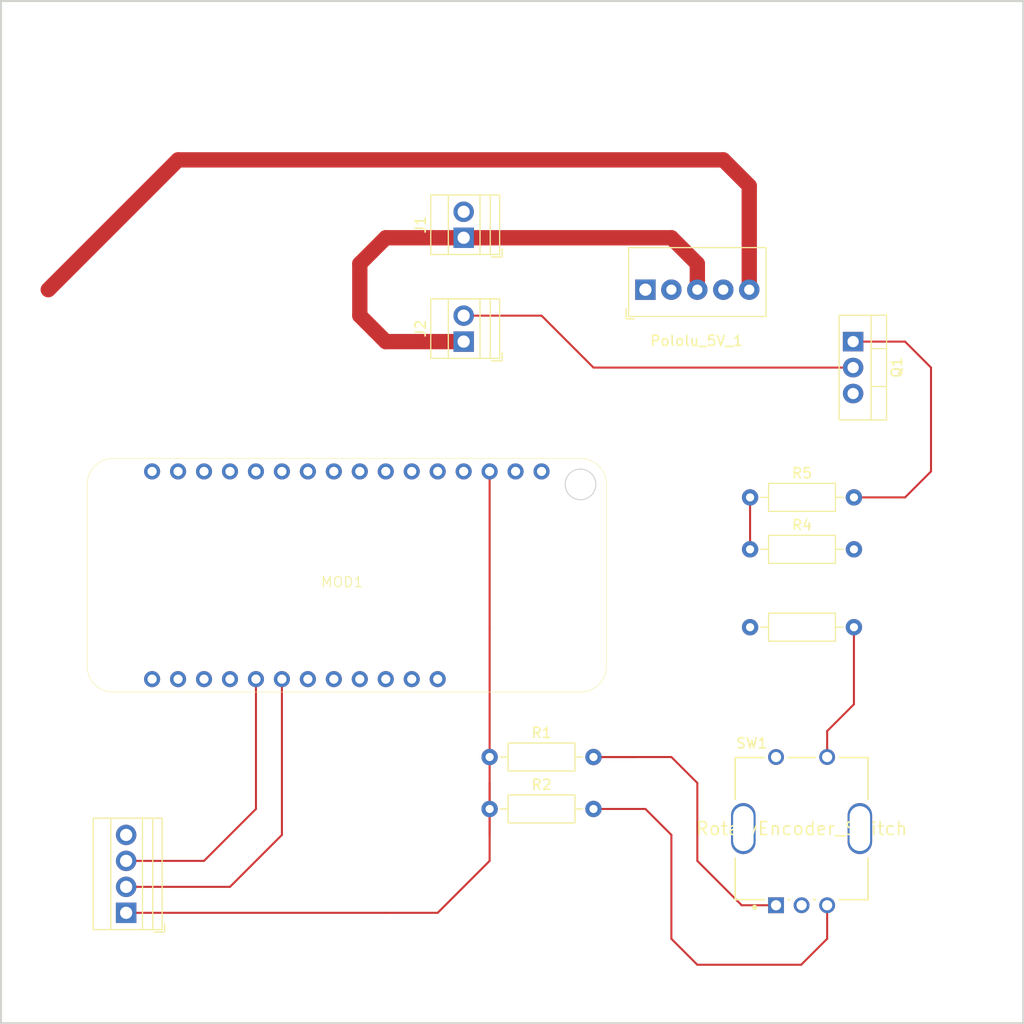
<source format=kicad_pcb>
(kicad_pcb (version 20240108) (generator "pcbnew") (generator_version "8.0")
  (layers (0 "F.Cu" signal) (31 "B.Cu" signal) (34 "B.Paste" user) (35 "F.Paste" user) (36 "B.SilkS" user "B.Silkscreen") (37 "F.SilkS" user "F.Silkscreen") (38 "B.Mask" user) (39 "F.Mask" user) (44 "Edge.Cuts" user))
  (net 0 "")
  (net 1 "/+24V")
  (net 2 "Net-(J2-Pin_2)")
  (net 3 "<NO NET>")
  (net 4 "Net-(J3-Vcc)")
  (net 5 "Net-(J3-ECHO)")
  (net 6 "Net-(J3-TRIG)")
  (net 11 "Net-(MOD1-GPIO16_A2)")
  (net 12 "Net-(MOD1-GPIO2_RX)")
  (net 15 "Net-(MOD1-GPIO18_A0)")
  (net 16 "Net-(MOD1-GPIO14_A4)")
  (net 18 "Net-(Q1-G)")
  (net 22 "Net-(MOD1-V_USB)")
  (net 24 "Net-(MOD1-EN)")
  (footprint "Resistor_THT:R_Axial_DIN0207_L6.3mm_D2.5mm_P10.16mm_Horizontal" (layer "F.Cu") (at 114.3 124.46)
    (property "Reference" "R1" (at 5.08 -2.37 0) (layer "F.SilkS"))
    (property "Value" "10K")
    (fp_line (start 1.04 0) (end 1.81 0) (stroke (width 0.12)) (layer "F.SilkS"))
    (fp_line (start 1.81 -1.37) (end 1.81 1.37) (stroke (width 0.12)) (layer "F.SilkS"))
    (fp_line (start 1.81 1.37) (end 8.35 1.37) (stroke (width 0.12)) (layer "F.SilkS"))
    (fp_line (start 8.35 -1.37) (end 1.81 -1.37) (stroke (width 0.12)) (layer "F.SilkS"))
    (fp_line (start 8.35 1.37) (end 8.35 -1.37) (stroke (width 0.12)) (layer "F.SilkS"))
    (fp_line (start 9.12 0) (end 8.35 0) (stroke (width 0.12)) (layer "F.SilkS"))
    (pad "1" thru_hole circle (at 0 0) (size 1.6 1.6) (drill 0.8) (layers "*.Cu" "*.Mask") (net 4 "Net-(J3-Vcc)"))
    (pad "2" thru_hole oval (at 10.16 0) (size 1.6 1.6) (drill 0.8) (layers "*.Cu" "*.Mask") (net 15 "Net-(MOD1-GPIO18_A0)"))
  )
  (footprint "Resistor_THT:R_Axial_DIN0207_L6.3mm_D2.5mm_P10.16mm_Horizontal" (layer "F.Cu") (at 139.78 104.14)
    (property "Reference" "R4" (at 5.08 -2.37 0) (layer "F.SilkS"))
    (property "Value" "10K")
    (fp_line (start 1.04 0) (end 1.81 0) (stroke (width 0.12)) (layer "F.SilkS"))
    (fp_line (start 1.81 -1.37) (end 1.81 1.37) (stroke (width 0.12)) (layer "F.SilkS"))
    (fp_line (start 1.81 1.37) (end 8.35 1.37) (stroke (width 0.12)) (layer "F.SilkS"))
    (fp_line (start 8.35 -1.37) (end 1.81 -1.37) (stroke (width 0.12)) (layer "F.SilkS"))
    (fp_line (start 8.35 1.37) (end 8.35 -1.37) (stroke (width 0.12)) (layer "F.SilkS"))
    (fp_line (start 9.12 0) (end 8.35 0) (stroke (width 0.12)) (layer "F.SilkS"))
    (pad "1" thru_hole circle (at 0 0) (size 1.6 1.6) (drill 0.8) (layers "*.Cu" "*.Mask") (net 12 "Net-(MOD1-GPIO2_RX)"))
    (pad "2" thru_hole oval (at 10.16 0) (size 1.6 1.6) (drill 0.8) (layers "*.Cu" "*.Mask") (net 3 "<NO NET>"))
  )
  (footprint "user:Bourns-PEC11R-4220F-S0024-0-0-0" (layer "F.Cu") (at 144.82 131.46)
    (property "Reference" "SW1" (at -6.5 -8.35 0) (layer "F.SilkS") (effects (justify left)))
    (property "Value" "RotaryEncoder_Switch" (at 0 0 0) (layer "F.SilkS") (effects (font (size 1.27 1.27))))
    (fp_line (start -6.5 -6.95) (end -3.65 -6.95) (stroke (width 0.15)) (layer "F.SilkS"))
    (fp_line (start -6.5 -2.875) (end -6.5 -6.95) (stroke (width 0.15)) (layer "F.SilkS"))
    (fp_line (start -6.5 6.95) (end -6.5 2.875) (stroke (width 0.15)) (layer "F.SilkS"))
    (fp_line (start -6.5 6.95) (end -3.65 6.95) (stroke (width 0.15)) (layer "F.SilkS"))
    (fp_line (start -1.35 -6.95) (end 1.35 -6.95) (stroke (width 0.15)) (layer "F.SilkS"))
    (fp_line (start -1.35 6.95) (end -1.15 6.95) (stroke (width 0.15)) (layer "F.SilkS"))
    (fp_line (start 1.15 6.95) (end 1.35 6.95) (stroke (width 0.15)) (layer "F.SilkS"))
    (fp_line (start 3.65 -6.95) (end 6.5 -6.95) (stroke (width 0.15)) (layer "F.SilkS"))
    (fp_line (start 3.65 6.95) (end 6.5 6.95) (stroke (width 0.15)) (layer "F.SilkS"))
    (fp_line (start 6.5 -2.875) (end 6.5 -6.95) (stroke (width 0.15)) (layer "F.SilkS"))
    (fp_line (start 6.5 6.95) (end 6.5 2.875) (stroke (width 0.15)) (layer "F.SilkS"))
    (fp_circle (center -4.6 7.7) (end -4.475 7.7) (stroke (width 0.25)) (fill none) (layer "F.SilkS"))
    (pad "1" thru_hole circle (at -2.5 -7) (size 1.55 1.55) (drill 1) (layers "*.Cu" "*.Mask") (net 3 "<NO NET>"))
    (pad "2" thru_hole circle (at 2.5 -7) (size 1.55 1.55) (drill 1) (layers "*.Cu" "*.Mask") (net 16 "Net-(MOD1-GPIO14_A4)"))
    (pad "3" thru_hole roundrect (at -5.7 0) (size 2.4 5) (drill oval 2 4.4) (layers "*.Cu" "*.Mask") (roundrect_rratio 0.5))
    (pad "4" thru_hole roundrect (at 5.7 0) (size 2.4 5) (drill oval 2 4.4) (layers "*.Cu" "*.Mask") (roundrect_rratio 0.5))
    (pad "A" thru_hole rect (at -2.5 7.5) (size 1.55 1.55) (drill 1) (layers "*.Cu" "*.Mask") (net 15 "Net-(MOD1-GPIO18_A0)"))
    (pad "B" thru_hole circle (at 2.5 7.5) (size 1.55 1.55) (drill 1) (layers "*.Cu" "*.Mask") (net 11 "Net-(MOD1-GPIO16_A2)"))
    (pad "C" thru_hole circle (at 0 7.5) (size 1.55 1.55) (drill 1) (layers "*.Cu" "*.Mask") (net 3 "<NO NET>"))
  )
  (footprint "Resistor_THT:R_Axial_DIN0207_L6.3mm_D2.5mm_P10.16mm_Horizontal" (layer "F.Cu") (at 114.3 129.54)
    (property "Reference" "R2" (at 5.08 -2.37 0) (layer "F.SilkS"))
    (property "Value" "10K")
    (fp_line (start 1.04 0) (end 1.81 0) (stroke (width 0.12)) (layer "F.SilkS"))
    (fp_line (start 1.81 -1.37) (end 1.81 1.37) (stroke (width 0.12)) (layer "F.SilkS"))
    (fp_line (start 1.81 1.37) (end 8.35 1.37) (stroke (width 0.12)) (layer "F.SilkS"))
    (fp_line (start 8.35 -1.37) (end 1.81 -1.37) (stroke (width 0.12)) (layer "F.SilkS"))
    (fp_line (start 8.35 1.37) (end 8.35 -1.37) (stroke (width 0.12)) (layer "F.SilkS"))
    (fp_line (start 9.12 0) (end 8.35 0) (stroke (width 0.12)) (layer "F.SilkS"))
    (pad "1" thru_hole circle (at 0 0) (size 1.6 1.6) (drill 0.8) (layers "*.Cu" "*.Mask") (net 4 "Net-(J3-Vcc)"))
    (pad "2" thru_hole oval (at 10.16 0) (size 1.6 1.6) (drill 0.8) (layers "*.Cu" "*.Mask") (net 11 "Net-(MOD1-GPIO16_A2)"))
  )
  (footprint "TerminalBlock:TerminalBlock_Xinya_XY308-2.54-4P_1x04_P2.54mm_Horizontal" (layer "F.Cu") (at 78.74 139.7 90)
    (property "Reference" "J3" (hide yes))
    (property "Value" "Screw_Terminal_HCSR04" (hide yes))
    (fp_line (start 9.26 -3.22) (end 9.26 3.52) (stroke (width 0.12)) (layer "F.SilkS"))
    (fp_line (start -1.64 -3.22) (end 9.26 -3.22) (stroke (width 0.12)) (layer "F.SilkS"))
    (fp_line (start -1.64 -3.22) (end -1.64 3.52) (stroke (width 0.12)) (layer "F.SilkS"))
    (fp_line (start -1.64 -1.501) (end 9.26 -1.501) (stroke (width 0.12)) (layer "F.SilkS"))
    (fp_line (start -1.64 1.6) (end 9.26 1.6) (stroke (width 0.12)) (layer "F.SilkS"))
    (fp_line (start -1.64 2.6) (end 9.26 2.6) (stroke (width 0.12)) (layer "F.SilkS"))
    (fp_line (start -1.88 2.72) (end -1.88 3.76) (stroke (width 0.12)) (layer "F.SilkS"))
    (fp_line (start -1.64 3.52) (end 9.26 3.52) (stroke (width 0.12)) (layer "F.SilkS"))
    (fp_line (start -1.88 3.76) (end -1.08 3.76) (stroke (width 0.12)) (layer "F.SilkS"))
    (pad "1" thru_hole rect (at 0 0 90) (size 2 2) (drill 1.2) (layers "*.Cu" "*.Mask") (net 4 "Net-(J3-Vcc)"))
    (pad "2" thru_hole circle (at 2.54 0 90) (size 2 2) (drill 1.2) (layers "*.Cu" "*.Mask") (net 6 "Net-(J3-TRIG)"))
    (pad "3" thru_hole circle (at 5.08 0 90) (size 2 2) (drill 1.2) (layers "*.Cu" "*.Mask") (net 5 "Net-(J3-ECHO)"))
    (pad "4" thru_hole circle (at 7.62 0 90) (size 2 2) (drill 1.2) (layers "*.Cu" "*.Mask") (net 3 "<NO NET>"))
  )
  (footprint "user:Pololu5PinThroughHole" (layer "F.Cu") (at 129.54 78.74)
    (property "Reference" "Pololu_5V_1" (at 5 5 0) (layer "F.SilkS"))
    (property "Value" "~" (hide yes))
    (fp_line (start -1.88 1.82) (end -1.88 2.86) (stroke (width 0.12)) (layer "F.SilkS"))
    (fp_line (start -1.88 2.86) (end -1.08 2.86) (stroke (width 0.12)) (layer "F.SilkS"))
    (fp_line (start -1.64 -4.12) (end -1.64 2.62) (stroke (width 0.12)) (layer "F.SilkS"))
    (fp_line (start -1.64 -4.12) (end 11.8 -4.12) (stroke (width 0.12)) (layer "F.SilkS"))
    (fp_line (start -1.64 2.62) (end 11.8 2.62) (stroke (width 0.12)) (layer "F.SilkS"))
    (fp_line (start 11.8 -4.12) (end 11.8 2.62) (stroke (width 0.12)) (layer "F.SilkS"))
    (pad "1" thru_hole rect (at 0 0) (size 2 2) (drill 1.2) (layers "*.Cu" "*.Mask") (net 24 "Net-(MOD1-EN)"))
    (pad "2" thru_hole circle (at 2.54 0) (size 2 2) (drill 1) (layers "*.Cu" "*.Mask"))
    (pad "3" thru_hole circle (at 5.08 0) (size 2 2) (drill 1) (layers "*.Cu" "*.Mask") (net 1 "/+24V"))
    (pad "4" thru_hole circle (at 7.62 0) (size 2 2) (drill 1) (layers "*.Cu" "*.Mask") (net 3 "<NO NET>"))
    (pad "5" thru_hole circle (at 10.16 0) (size 2 2) (drill 1) (layers "*.Cu" "*.Mask") (net 22 "Net-(MOD1-V_USB)"))
  )
  (footprint "Package_TO_SOT_THT:TO-220-3_Vertical" (layer "F.Cu") (at 149.86 83.82 -90)
    (property "Reference" "Q1" (at 2.54 -4.27 90) (layer "F.SilkS"))
    (property "Value" "IRLB8721PBF")
    (fp_line (start -2.58 1.371) (end 7.66 1.371) (stroke (width 0.12)) (layer "F.SilkS"))
    (fp_line (start -2.58 -1.76) (end 7.66 -1.76) (stroke (width 0.12)) (layer "F.SilkS"))
    (fp_line (start -2.58 -3.27) (end -2.58 1.371) (stroke (width 0.12)) (layer "F.SilkS"))
    (fp_line (start -2.58 -3.27) (end 7.66 -3.27) (stroke (width 0.12)) (layer "F.SilkS"))
    (fp_line (start 0.69 -3.27) (end 0.69 -1.76) (stroke (width 0.12)) (layer "F.SilkS"))
    (fp_line (start 4.391 -3.27) (end 4.391 -1.76) (stroke (width 0.12)) (layer "F.SilkS"))
    (fp_line (start 7.66 -3.27) (end 7.66 1.371) (stroke (width 0.12)) (layer "F.SilkS"))
    (pad "1" thru_hole rect (at 0 0 270) (size 1.905 2) (drill 1.1) (layers "*.Cu" "*.Mask") (net 18 "Net-(Q1-G)"))
    (pad "2" thru_hole oval (at 2.54 0 270) (size 1.905 2) (drill 1.1) (layers "*.Cu" "*.Mask") (net 2 "Net-(J2-Pin_2)"))
    (pad "3" thru_hole oval (at 5.08 0 270) (size 1.905 2) (drill 1.1) (layers "*.Cu" "*.Mask") (net 3 "<NO NET>"))
  )
  (footprint "TerminalBlock:TerminalBlock_Xinya_XY308-2.54-2P_1x02_P2.54mm_Horizontal" (layer "F.Cu") (at 111.76 73.66 90)
    (property "Reference" "J1" (at 1.27 -4.22 90) (layer "F.SilkS"))
    (property "Value" "Screw_Terminal_01x02")
    (fp_line (start 4.18 -3.22) (end 4.18 3.52) (stroke (width 0.12)) (layer "F.SilkS"))
    (fp_line (start -1.64 -3.22) (end 4.18 -3.22) (stroke (width 0.12)) (layer "F.SilkS"))
    (fp_line (start -1.64 -3.22) (end -1.64 3.52) (stroke (width 0.12)) (layer "F.SilkS"))
    (fp_line (start -1.64 -1.501) (end 4.18 -1.501) (stroke (width 0.12)) (layer "F.SilkS"))
    (fp_line (start -1.64 1.6) (end 4.18 1.6) (stroke (width 0.12)) (layer "F.SilkS"))
    (fp_line (start -1.64 2.6) (end 4.18 2.6) (stroke (width 0.12)) (layer "F.SilkS"))
    (fp_line (start -1.88 2.72) (end -1.88 3.76) (stroke (width 0.12)) (layer "F.SilkS"))
    (fp_line (start -1.64 3.52) (end 4.18 3.52) (stroke (width 0.12)) (layer "F.SilkS"))
    (fp_line (start -1.88 3.76) (end -1.08 3.76) (stroke (width 0.12)) (layer "F.SilkS"))
    (pad "1" thru_hole rect (at 0 0 90) (size 2 2) (drill 1.2) (layers "*.Cu" "*.Mask") (net 1 "/+24V"))
    (pad "2" thru_hole circle (at 2.54 0 90) (size 2 2) (drill 1.2) (layers "*.Cu" "*.Mask") (net 3 "<NO NET>"))
  )
  (footprint "Resistor_THT:R_Axial_DIN0207_L6.3mm_D2.5mm_P10.16mm_Horizontal" (layer "F.Cu") (at 139.78 99.06)
    (property "Reference" "R5" (at 5.08 -2.37 0) (layer "F.SilkS"))
    (property "Value" "47")
    (fp_line (start 1.04 0) (end 1.81 0) (stroke (width 0.12)) (layer "F.SilkS"))
    (fp_line (start 1.81 -1.37) (end 1.81 1.37) (stroke (width 0.12)) (layer "F.SilkS"))
    (fp_line (start 1.81 1.37) (end 8.35 1.37) (stroke (width 0.12)) (layer "F.SilkS"))
    (fp_line (start 8.35 -1.37) (end 1.81 -1.37) (stroke (width 0.12)) (layer "F.SilkS"))
    (fp_line (start 8.35 1.37) (end 8.35 -1.37) (stroke (width 0.12)) (layer "F.SilkS"))
    (fp_line (start 9.12 0) (end 8.35 0) (stroke (width 0.12)) (layer "F.SilkS"))
    (pad "1" thru_hole circle (at 0 0) (size 1.6 1.6) (drill 0.8) (layers "*.Cu" "*.Mask") (net 12 "Net-(MOD1-GPIO2_RX)"))
    (pad "2" thru_hole oval (at 10.16 0) (size 1.6 1.6) (drill 0.8) (layers "*.Cu" "*.Mask") (net 18 "Net-(Q1-G)"))
  )
  (footprint "user:AdafruitFeatherTFTEsp32S3" (layer "F.Cu") (at 99.87 106.84)
    (property "Reference" "MOD1" (at 0 0.5 0) (layer "F.SilkS") (effects (font (thickness 0.1))))
    (property "Value" "ADAFRUIT_FEATHER_TFT_ESP32_S3")
    (fp_line (start -24.94 -9.05) (end -24.94 8.73) (stroke (width 0.05)) (layer "F.SilkS"))
    (fp_line (start -22.4 11.27) (end 23.32 11.27) (stroke (width 0.05)) (layer "F.SilkS"))
    (fp_line (start 23.32 -11.59) (end -22.4 -11.59) (stroke (width 0.05)) (layer "F.SilkS"))
    (fp_line (start 25.86 8.73) (end 25.86 -9.05) (stroke (width 0.05)) (layer "F.SilkS"))
    (fp_arc (start -24.94 -9.05) (mid -24.196051 -10.846051) (end -22.4 -11.59) (stroke (width 0.05)) (layer "F.SilkS"))
    (fp_arc (start -22.4 11.27) (mid -24.196051 10.526051) (end -24.94 8.73) (stroke (width 0.05)) (layer "F.SilkS"))
    (fp_arc (start 23.32 -11.59) (mid 25.116051 -10.846051) (end 25.86 -9.05) (stroke (width 0.05)) (layer "F.SilkS"))
    (fp_arc (start 25.86 8.73) (mid 25.116051 10.526051) (end 23.32 11.27) (stroke (width 0.05)) (layer "F.SilkS"))
    (fp_circle (center 23.32 -9.05) (end 24.82 -9.05) (stroke (width 0.1)) (fill none) (layer "Edge.Cuts"))
    (pad "" np_thru_hole circle (at -22.4 -9.7485) (size 2.2 2.2) (drill 2.2) (layers "*.Cu" "*.Mask"))
    (pad "" np_thru_hole circle (at -22.4 9.365) (size 2.2 2.2) (drill 2.2) (layers "*.Cu" "*.Mask"))
    (pad "1" thru_hole circle (at 19.51 -10.32 90) (size 1.5748 1.5748) (drill 0.9) (layers "*.Cu" "*.Mask"))
    (pad "2" thru_hole circle (at 16.97 -10.32 90) (size 1.5748 1.5748) (drill 0.9) (layers "*.Cu" "*.Mask"))
    (pad "3" thru_hole circle (at 14.43 -10.32 90) (size 1.5748 1.5748) (drill 0.9) (layers "*.Cu" "*.Mask") (net 4 "Net-(J3-Vcc)"))
    (pad "4" thru_hole circle (at 11.89 -10.32 90) (size 1.5748 1.5748) (drill 0.9) (layers "*.Cu" "*.Mask") (net 3 "<NO NET>"))
    (pad "5" thru_hole circle (at 9.35 -10.32 90) (size 1.5748 1.5748) (drill 0.9) (layers "*.Cu" "*.Mask") (net 15 "Net-(MOD1-GPIO18_A0)"))
    (pad "6" thru_hole circle (at 6.81 -10.32 90) (size 1.5748 1.5748) (drill 0.9) (layers "*.Cu" "*.Mask"))
    (pad "7" thru_hole circle (at 4.27 -10.32 90) (size 1.5748 1.5748) (drill 0.9) (layers "*.Cu" "*.Mask") (net 11 "Net-(MOD1-GPIO16_A2)"))
    (pad "8" thru_hole circle (at 1.73 -10.32 90) (size 1.5748 1.5748) (drill 0.9) (layers "*.Cu" "*.Mask"))
    (pad "9" thru_hole circle (at -0.81 -10.32 90) (size 1.5748 1.5748) (drill 0.9) (layers "*.Cu" "*.Mask") (net 16 "Net-(MOD1-GPIO14_A4)"))
    (pad "10" thru_hole circle (at -3.35 -10.32 90) (size 1.5748 1.5748) (drill 0.9) (layers "*.Cu" "*.Mask"))
    (pad "11" thru_hole circle (at -5.89 -10.32 90) (size 1.5748 1.5748) (drill 0.9) (layers "*.Cu" "*.Mask"))
    (pad "12" thru_hole circle (at -8.43 -10.32 90) (size 1.5748 1.5748) (drill 0.9) (layers "*.Cu" "*.Mask"))
    (pad "13" thru_hole circle (at -10.97 -10.32 90) (size 1.5748 1.5748) (drill 0.9) (layers "*.Cu" "*.Mask"))
    (pad "14" thru_hole circle (at -13.51 -10.32 90) (size 1.5748 1.5748) (drill 0.9) (layers "*.Cu" "*.Mask") (net 12 "Net-(MOD1-GPIO2_RX)"))
    (pad "15" thru_hole circle (at -16.05 -10.32 90) (size 1.5748 1.5748) (drill 0.9) (layers "*.Cu" "*.Mask"))
    (pad "16" thru_hole circle (at -18.59 -10.32 90) (size 1.5748 1.5748) (drill 0.9) (layers "*.Cu" "*.Mask"))
    (pad "17" thru_hole circle (at -18.59 10 270) (size 1.5748 1.5748) (drill 0.9) (layers "*.Cu" "*.Mask"))
    (pad "18" thru_hole circle (at -16.05 10 270) (size 1.5748 1.5748) (drill 0.9) (layers "*.Cu" "*.Mask"))
    (pad "19" thru_hole circle (at -13.51 10 270) (size 1.5748 1.5748) (drill 0.9) (layers "*.Cu" "*.Mask"))
    (pad "20" thru_hole circle (at -10.97 10 270) (size 1.5748 1.5748) (drill 0.9) (layers "*.Cu" "*.Mask"))
    (pad "21" thru_hole circle (at -8.43 10 270) (size 1.5748 1.5748) (drill 0.9) (layers "*.Cu" "*.Mask") (net 5 "Net-(J3-ECHO)"))
    (pad "22" thru_hole circle (at -5.89 10 270) (size 1.5748 1.5748) (drill 0.9) (layers "*.Cu" "*.Mask") (net 6 "Net-(J3-TRIG)"))
    (pad "23" thru_hole circle (at -3.35 10 270) (size 1.5748 1.5748) (drill 0.9) (layers "*.Cu" "*.Mask"))
    (pad "24" thru_hole circle (at -0.81 10 270) (size 1.5748 1.5748) (drill 0.9) (layers "*.Cu" "*.Mask"))
    (pad "25" thru_hole circle (at 1.73 10 270) (size 1.5748 1.5748) (drill 0.9) (layers "*.Cu" "*.Mask"))
    (pad "26" thru_hole circle (at 4.27 10 270) (size 1.5748 1.5748) (drill 0.9) (layers "*.Cu" "*.Mask") (net 22 "Net-(MOD1-V_USB)"))
    (pad "27" thru_hole circle (at 6.81 10 270) (size 1.5748 1.5748) (drill 0.9) (layers "*.Cu" "*.Mask") (net 24 "Net-(MOD1-EN)"))
    (pad "28" thru_hole circle (at 9.35 10 270) (size 1.5748 1.5748) (drill 0.9) (layers "*.Cu" "*.Mask"))
  )
  (footprint "TerminalBlock:TerminalBlock_Xinya_XY308-2.54-2P_1x02_P2.54mm_Horizontal" (layer "F.Cu") (at 111.76 83.82 90)
    (property "Reference" "J2" (at 1.27 -4.22 90) (layer "F.SilkS"))
    (property "Value" "Screw_Terminal_01x02")
    (fp_line (start 4.18 -3.22) (end 4.18 3.52) (stroke (width 0.12)) (layer "F.SilkS"))
    (fp_line (start -1.64 -3.22) (end 4.18 -3.22) (stroke (width 0.12)) (layer "F.SilkS"))
    (fp_line (start -1.64 -3.22) (end -1.64 3.52) (stroke (width 0.12)) (layer "F.SilkS"))
    (fp_line (start -1.64 -1.501) (end 4.18 -1.501) (stroke (width 0.12)) (layer "F.SilkS"))
    (fp_line (start -1.64 1.6) (end 4.18 1.6) (stroke (width 0.12)) (layer "F.SilkS"))
    (fp_line (start -1.64 2.6) (end 4.18 2.6) (stroke (width 0.12)) (layer "F.SilkS"))
    (fp_line (start -1.88 2.72) (end -1.88 3.76) (stroke (width 0.12)) (layer "F.SilkS"))
    (fp_line (start -1.64 3.52) (end 4.18 3.52) (stroke (width 0.12)) (layer "F.SilkS"))
    (fp_line (start -1.88 3.76) (end -1.08 3.76) (stroke (width 0.12)) (layer "F.SilkS"))
    (pad "1" thru_hole rect (at 0 0 90) (size 2 2) (drill 1.2) (layers "*.Cu" "*.Mask") (net 1 "/+24V"))
    (pad "2" thru_hole circle (at 2.54 0 90) (size 2 2) (drill 1.2) (layers "*.Cu" "*.Mask") (net 2 "Net-(J2-Pin_2)"))
  )
  (footprint "Resistor_THT:R_Axial_DIN0207_L6.3mm_D2.5mm_P10.16mm_Horizontal" (layer "F.Cu") (at 139.78 111.76)
    (property "Reference" "R3" (hide yes))
    (property "Value" "10K")
    (fp_line (start 1.04 0) (end 1.81 0) (stroke (width 0.12)) (layer "F.SilkS"))
    (fp_line (start 1.81 -1.37) (end 1.81 1.37) (stroke (width 0.12)) (layer "F.SilkS"))
    (fp_line (start 1.81 1.37) (end 8.35 1.37) (stroke (width 0.12)) (layer "F.SilkS"))
    (fp_line (start 8.35 -1.37) (end 1.81 -1.37) (stroke (width 0.12)) (layer "F.SilkS"))
    (fp_line (start 8.35 1.37) (end 8.35 -1.37) (stroke (width 0.12)) (layer "F.SilkS"))
    (fp_line (start 9.12 0) (end 8.35 0) (stroke (width 0.12)) (layer "F.SilkS"))
    (pad "1" thru_hole circle (at 0 0) (size 1.6 1.6) (drill 0.8) (layers "*.Cu" "*.Mask") (net 4 "Net-(J3-Vcc)"))
    (pad "2" thru_hole oval (at 10.16 0) (size 1.6 1.6) (drill 0.8) (layers "*.Cu" "*.Mask") (net 16 "Net-(MOD1-GPIO14_A4)"))
  )
  (gr_rect (start 66.5 50.5) (end 166.5 150.5) (stroke (width 0.2)) (fill none) (layer "Edge.Cuts"))
  (segment (start 101.6 81.28) (end 101.6 76.2) (width 1.5) (layer "F.Cu") (net 1))
  (segment (start 132.08 73.66) (end 134.62 76.2) (width 1.5) (layer "F.Cu") (net 1))
  (segment (start 111.76 73.66) (end 132.08 73.66) (width 1.5) (layer "F.Cu") (net 1))
  (segment (start 104.14 73.66) (end 111.76 73.66) (width 1.5) (layer "F.Cu") (net 1))
  (segment (start 104.14 83.82) (end 101.6 81.28) (width 1.5) (layer "F.Cu") (net 1))
  (segment (start 101.6 76.2) (end 104.14 73.66) (width 1.5) (layer "F.Cu") (net 1))
  (segment (start 111.76 83.82) (end 104.14 83.82) (width 1.5) (layer "F.Cu") (net 1))
  (segment (start 134.62 76.2) (end 134.62 78.74) (width 1.5) (layer "F.Cu") (net 1))
  (segment (start 124.46 86.36) (end 119.38 81.28) (width 0.2) (layer "F.Cu") (net 2))
  (segment (start 119.38 81.28) (end 111.76 81.28) (width 0.2) (layer "F.Cu") (net 2))
  (segment (start 149.86 86.36) (end 124.46 86.36) (width 0.2) (layer "F.Cu") (net 2))
  (segment (start 109.22 139.7) (end 104.14 139.7) (width 0.2) (layer "F.Cu") (net 4))
  (segment (start 114.3 134.62) (end 109.22 139.7) (width 0.2) (layer "F.Cu") (net 4))
  (segment (start 114.3 96.52) (end 114.3 111.76) (width 0.2) (layer "F.Cu") (net 4))
  (segment (start 104.14 139.7) (end 78.74 139.7) (width 0.2) (layer "F.Cu") (net 4))
  (segment (start 114.3 127) (end 114.3 132.08) (width 0.2) (layer "F.Cu") (net 4))
  (segment (start 114.3 127) (end 114.3 134.62) (width 0.2) (layer "F.Cu") (net 4))
  (segment (start 114.3 111.76) (end 114.3 127) (width 0.2) (layer "F.Cu") (net 4))
  (segment (start 91.44 116.84) (end 91.44 129.54) (width 0.2) (layer "F.Cu") (net 5))
  (segment (start 91.44 129.54) (end 86.36 134.62) (width 0.2) (layer "F.Cu") (net 5))
  (segment (start 86.36 134.62) (end 78.74 134.62) (width 0.2) (layer "F.Cu") (net 5))
  (segment (start 88.9 137.16) (end 78.74 137.16) (width 0.2) (layer "F.Cu") (net 6))
  (segment (start 93.98 132.08) (end 88.9 137.16) (width 0.2) (layer "F.Cu") (net 6))
  (segment (start 93.98 116.84) (end 93.98 132.08) (width 0.2) (layer "F.Cu") (net 6))
  (segment (start 132.08 142.24) (end 132.08 132.08) (width 0.2) (layer "F.Cu") (net 11))
  (segment (start 147.32 138.96) (end 147.32 142.24) (width 0.2) (layer "F.Cu") (net 11))
  (segment (start 132.08 132.08) (end 129.54 129.54) (width 0.2) (layer "F.Cu") (net 11))
  (segment (start 147.32 142.24) (end 144.78 144.78) (width 0.2) (layer "F.Cu") (net 11))
  (segment (start 129.54 129.54) (end 124.46 129.54) (width 0.2) (layer "F.Cu") (net 11))
  (segment (start 134.62 144.78) (end 144.78 144.78) (width 0.2) (layer "F.Cu") (net 11))
  (segment (start 134.62 144.78) (end 132.08 142.24) (width 0.2) (layer "F.Cu") (net 11))
  (segment (start 139.78 99.06) (end 139.78 104.14) (width 0.2) (layer "F.Cu") (net 12))
  (segment (start 134.62 127) (end 132.08 124.46) (width 0.2) (layer "F.Cu") (net 15))
  (segment (start 128.635635 124.46) (end 124.46 124.46) (width 0.2) (layer "F.Cu") (net 15))
  (segment (start 132.08 124.46) (end 124.46 124.46) (width 0.2) (layer "F.Cu") (net 15))
  (segment (start 142.32 138.96) (end 138.96 138.96) (width 0.2) (layer "F.Cu") (net 15))
  (segment (start 134.62 134.62) (end 134.62 127) (width 0.2) (layer "F.Cu") (net 15))
  (segment (start 138.96 138.96) (end 134.62 134.62) (width 0.2) (layer "F.Cu") (net 15))
  (segment (start 147.32 124.46) (end 147.32 121.92) (width 0.2) (layer "F.Cu") (net 16))
  (segment (start 149.94 119.3) (end 149.94 111.76) (width 0.2) (layer "F.Cu") (net 16))
  (segment (start 147.32 121.92) (end 149.94 119.3) (width 0.2) (layer "F.Cu") (net 16))
  (segment (start 157.48 96.52) (end 154.94 99.06) (width 0.2) (layer "F.Cu") (net 18))
  (segment (start 157.48 96.52) (end 157.48 86.36) (width 0.2) (layer "F.Cu") (net 18))
  (segment (start 157.48 86.36) (end 154.94 83.82) (width 0.2) (layer "F.Cu") (net 18))
  (segment (start 154.94 99.06) (end 149.94 99.06) (width 0.2) (layer "F.Cu") (net 18))
  (segment (start 154.94 83.82) (end 149.86 83.82) (width 0.2) (layer "F.Cu") (net 18))
  (segment (start 83.82 66.04) (end 71.12 78.74) (width 1.5) (layer "F.Cu") (net 22))
  (segment (start 139.7 78.74) (end 139.7 68.58) (width 1.5) (layer "F.Cu") (net 22))
  (segment (start 137.16 66.04) (end 83.82 66.04) (width 1.5) (layer "F.Cu") (net 22))
  (segment (start 139.7 68.58) (end 137.16 66.04) (width 1.5) (layer "F.Cu") (net 22))
)
</source>
